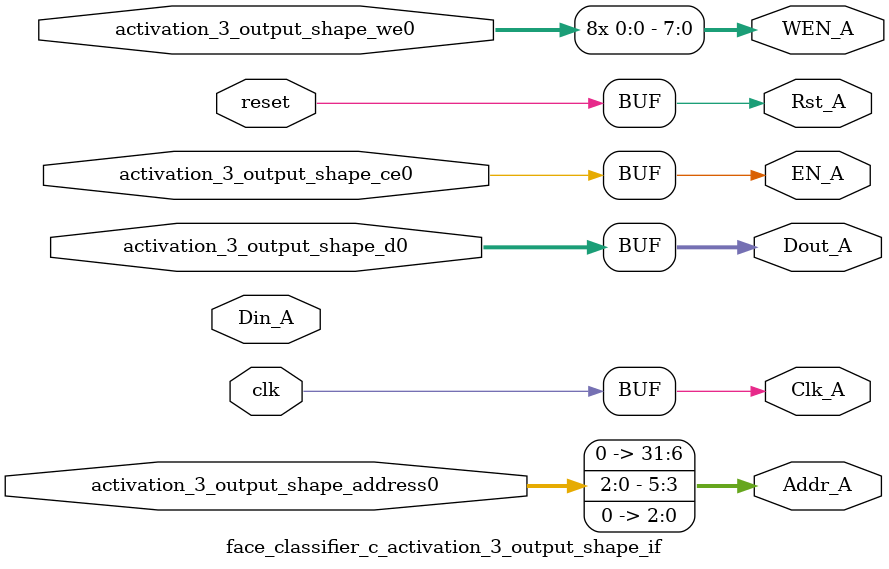
<source format=v>


`timescale 1ns/1ps

module face_classifier_c_activation_3_output_shape_if (
    // system singals
    input  wire        clk,
    input  wire        reset,
    // user signals
    input  wire [2:0]  activation_3_output_shape_address0,
    input  wire        activation_3_output_shape_ce0,
    input  wire        activation_3_output_shape_we0,
    input  wire [63:0] activation_3_output_shape_d0,
    // bus signals
    output wire        Clk_A,
    output wire        Rst_A,
    output wire        EN_A,
    output wire [7:0]  WEN_A,
    output wire [31:0] Addr_A,
    output wire [63:0] Dout_A,
    input  wire [63:0] Din_A
);
//------------------------Body---------------------------
assign Clk_A  = clk;
assign Rst_A  = reset;
assign EN_A   = activation_3_output_shape_ce0;
assign Addr_A = {activation_3_output_shape_address0, 3'b0};
assign WEN_A  = {8{activation_3_output_shape_we0}};
assign Dout_A = activation_3_output_shape_d0;

endmodule

</source>
